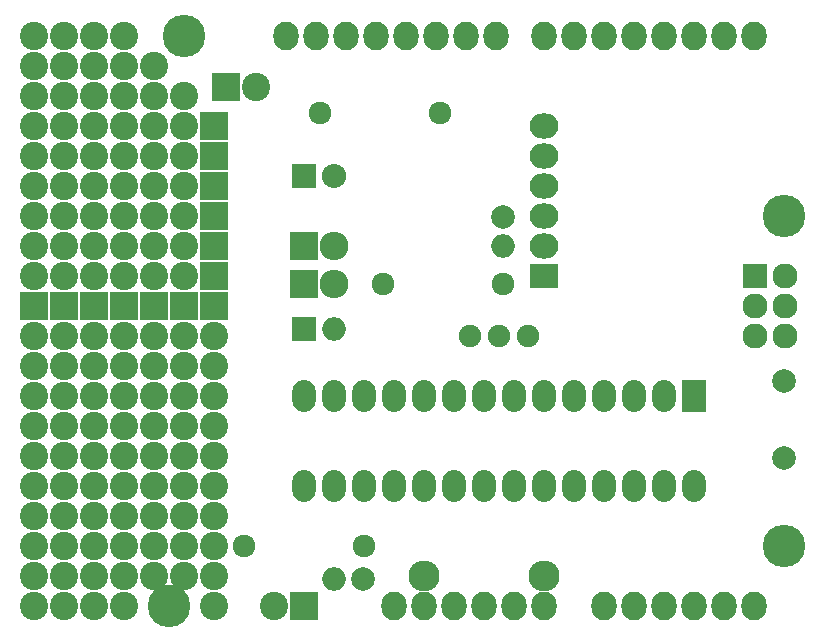
<source format=gts>
G04 #@! TF.FileFunction,Soldermask,Top*
%FSLAX46Y46*%
G04 Gerber Fmt 4.6, Leading zero omitted, Abs format (unit mm)*
G04 Created by KiCad (PCBNEW 4.0.3+e1-6302~38~ubuntu16.04.1-stable) date Sun Aug 28 00:05:30 2016*
%MOMM*%
%LPD*%
G01*
G04 APERTURE LIST*
%ADD10C,0.100000*%
%ADD11R,2.398980X2.398980*%
%ADD12C,2.398980*%
%ADD13O,2.000000X2.000000*%
%ADD14R,2.000000X2.000000*%
%ADD15O,2.051000X2.051000*%
%ADD16R,2.051000X2.051000*%
%ADD17C,2.000000*%
%ADD18R,2.400000X2.400000*%
%ADD19C,2.400000*%
%ADD20R,2.000000X2.700000*%
%ADD21O,2.000000X2.700000*%
%ADD22O,2.127200X2.432000*%
%ADD23R,2.432000X2.127200*%
%ADD24O,2.432000X2.127200*%
%ADD25O,2.635200X2.635200*%
%ADD26O,2.432000X2.432000*%
%ADD27R,2.432000X2.432000*%
%ADD28R,2.127200X2.127200*%
%ADD29O,2.127200X2.127200*%
%ADD30C,1.924000*%
%ADD31C,1.901140*%
%ADD32C,3.600000*%
G04 APERTURE END LIST*
D10*
D11*
X144780000Y-67310000D03*
X144780000Y-69850000D03*
X144780000Y-72390000D03*
X144780000Y-74930000D03*
X144780000Y-77470000D03*
X144780000Y-80010000D03*
D12*
X144780000Y-107950000D03*
X144780000Y-105410000D03*
X144780000Y-102870000D03*
X144780000Y-100330000D03*
X144780000Y-97790000D03*
X144780000Y-95250000D03*
X144780000Y-92710000D03*
X144780000Y-90170000D03*
X144780000Y-87630000D03*
D11*
X144780000Y-82550000D03*
X142240000Y-82550000D03*
X139700000Y-82550000D03*
X137160000Y-82550000D03*
X134620000Y-82550000D03*
X132080000Y-82550000D03*
D12*
X144780000Y-85090000D03*
X142240000Y-85090000D03*
X139700000Y-85090000D03*
X137160000Y-85090000D03*
X134620000Y-85090000D03*
X132080000Y-85090000D03*
X129540000Y-85090000D03*
D11*
X129540000Y-82550000D03*
D12*
X139700000Y-62230000D03*
X142240000Y-105410000D03*
X139700000Y-105410000D03*
X137160000Y-107950000D03*
X134620000Y-107950000D03*
X132080000Y-107950000D03*
X129540000Y-107950000D03*
X137160000Y-105410000D03*
X134620000Y-105410000D03*
X132080000Y-105410000D03*
X129540000Y-105410000D03*
X142240000Y-102870000D03*
X139700000Y-102870000D03*
X137160000Y-102870000D03*
X134620000Y-102870000D03*
X132080000Y-102870000D03*
X129540000Y-102870000D03*
X142240000Y-100330000D03*
X139700000Y-100330000D03*
X137160000Y-100330000D03*
X134620000Y-100330000D03*
X132080000Y-100330000D03*
X129540000Y-100330000D03*
X142240000Y-97790000D03*
X139700000Y-97790000D03*
X137160000Y-97790000D03*
X134620000Y-97790000D03*
X132080000Y-97790000D03*
X129540000Y-97790000D03*
X142240000Y-95250000D03*
X139700000Y-95250000D03*
X137160000Y-95250000D03*
X134620000Y-95250000D03*
X132080000Y-95250000D03*
X129540000Y-95250000D03*
X142240000Y-92710000D03*
X139700000Y-92710000D03*
X137160000Y-92710000D03*
X134620000Y-92710000D03*
X132080000Y-92710000D03*
X129540000Y-92710000D03*
X142240000Y-90170000D03*
X139700000Y-90170000D03*
X137160000Y-90170000D03*
X134620000Y-90170000D03*
X132080000Y-90170000D03*
X129540000Y-90170000D03*
X142240000Y-87630000D03*
X139700000Y-87630000D03*
X137160000Y-87630000D03*
X134620000Y-87630000D03*
X132080000Y-87630000D03*
X129540000Y-87630000D03*
X142240000Y-80010000D03*
X139700000Y-80010000D03*
X137160000Y-80010000D03*
X134620000Y-80010000D03*
X132080000Y-80010000D03*
X129540000Y-80010000D03*
X142240000Y-77470000D03*
X139700000Y-77470000D03*
X137160000Y-77470000D03*
X134620000Y-77470000D03*
X132080000Y-77470000D03*
X129540000Y-77470000D03*
X142240000Y-74930000D03*
X139700000Y-74930000D03*
X137160000Y-74930000D03*
X134620000Y-74930000D03*
X132080000Y-74930000D03*
X129540000Y-74930000D03*
X142240000Y-72390000D03*
X139700000Y-72390000D03*
X137160000Y-72390000D03*
X134620000Y-72390000D03*
X132080000Y-72390000D03*
X129540000Y-72390000D03*
X142240000Y-69850000D03*
X139700000Y-69850000D03*
X137160000Y-69850000D03*
X134620000Y-69850000D03*
X132080000Y-69850000D03*
X129540000Y-69850000D03*
X142240000Y-67310000D03*
X139700000Y-67310000D03*
X137160000Y-67310000D03*
X134620000Y-67310000D03*
X132080000Y-67310000D03*
X129540000Y-67310000D03*
X142240000Y-64770000D03*
X139700000Y-64770000D03*
X137160000Y-64770000D03*
X134620000Y-64770000D03*
X132080000Y-64770000D03*
X129540000Y-64770000D03*
X137160000Y-62230000D03*
X134620000Y-62230000D03*
X132080000Y-62230000D03*
X129540000Y-62230000D03*
X137160000Y-59690000D03*
X134620000Y-59690000D03*
X132080000Y-59690000D03*
D13*
X154940000Y-84455000D03*
D14*
X152440000Y-84455000D03*
D15*
X154940000Y-71501000D03*
D16*
X152400000Y-71501000D03*
D13*
X169291000Y-77470000D03*
D17*
X169291000Y-74970000D03*
D13*
X154940000Y-105664000D03*
D17*
X157440000Y-105664000D03*
D18*
X145796000Y-64008000D03*
D19*
X148336000Y-64008000D03*
D18*
X152400000Y-107950000D03*
D19*
X149860000Y-107950000D03*
D20*
X185420000Y-90170000D03*
D21*
X182880000Y-90170000D03*
X180340000Y-90170000D03*
X177800000Y-90170000D03*
X175260000Y-90170000D03*
X172720000Y-90170000D03*
X170180000Y-90170000D03*
X167640000Y-90170000D03*
X165100000Y-90170000D03*
X162560000Y-90170000D03*
X160020000Y-90170000D03*
X157480000Y-90170000D03*
X154940000Y-90170000D03*
X152400000Y-90170000D03*
X152400000Y-97790000D03*
X154940000Y-97790000D03*
X157480000Y-97790000D03*
X160020000Y-97790000D03*
X162560000Y-97790000D03*
X165100000Y-97790000D03*
X167640000Y-97790000D03*
X170180000Y-97790000D03*
X172720000Y-97790000D03*
X175260000Y-97790000D03*
X177800000Y-97790000D03*
X180340000Y-97790000D03*
X182880000Y-97790000D03*
X185420000Y-97790000D03*
D22*
X160020000Y-107950000D03*
X162560000Y-107950000D03*
X165100000Y-107950000D03*
X167640000Y-107950000D03*
X170180000Y-107950000D03*
X172720000Y-107950000D03*
X177800000Y-107950000D03*
X180340000Y-107950000D03*
X182880000Y-107950000D03*
X185420000Y-107950000D03*
X187960000Y-107950000D03*
X190500000Y-107950000D03*
D23*
X172720000Y-80010000D03*
D24*
X172720000Y-77470000D03*
X172720000Y-74930000D03*
X172720000Y-72390000D03*
X172720000Y-69850000D03*
X172720000Y-67310000D03*
D22*
X190500000Y-59690000D03*
X187960000Y-59690000D03*
X185420000Y-59690000D03*
X182880000Y-59690000D03*
X180340000Y-59690000D03*
X177800000Y-59690000D03*
X175260000Y-59690000D03*
X172720000Y-59690000D03*
X168656000Y-59690000D03*
X166116000Y-59690000D03*
X163576000Y-59690000D03*
X161036000Y-59690000D03*
X158496000Y-59690000D03*
X155956000Y-59690000D03*
X153416000Y-59690000D03*
X150876000Y-59690000D03*
D25*
X162560000Y-105410000D03*
X172720000Y-105410000D03*
D26*
X154940000Y-80645000D03*
D27*
X152400000Y-80645000D03*
D26*
X154940000Y-77470000D03*
D27*
X152400000Y-77470000D03*
D28*
X190627000Y-80010000D03*
D29*
X193167000Y-80010000D03*
X190627000Y-82550000D03*
X193167000Y-82550000D03*
X190627000Y-85090000D03*
X193167000Y-85090000D03*
D30*
X163957000Y-66167000D03*
X153797000Y-66167000D03*
X147320000Y-102870000D03*
X157480000Y-102870000D03*
X159131000Y-80645000D03*
X169291000Y-80645000D03*
D17*
X193040000Y-88900000D03*
X193040000Y-95400000D03*
D31*
X166469060Y-85090000D03*
X171350940Y-85090000D03*
X168910000Y-85090000D03*
D32*
X193040000Y-74930000D03*
X193040000Y-102870000D03*
X140970000Y-107950000D03*
X142240000Y-59690000D03*
D12*
X129540000Y-59690000D03*
M02*

</source>
